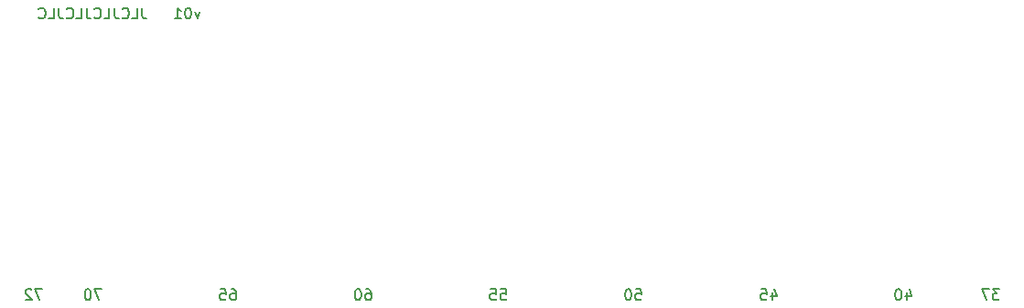
<source format=gbr>
%TF.GenerationSoftware,KiCad,Pcbnew,(5.1.9)-1*%
%TF.CreationDate,2022-04-25T20:02:04-07:00*%
%TF.ProjectId,NES-CN-ROM-256-05,4e45532d-434e-42d5-924f-4d2d3235362d,v01*%
%TF.SameCoordinates,Original*%
%TF.FileFunction,Legend,Bot*%
%TF.FilePolarity,Positive*%
%FSLAX46Y46*%
G04 Gerber Fmt 4.6, Leading zero omitted, Abs format (unit mm)*
G04 Created by KiCad (PCBNEW (5.1.9)-1) date 2022-04-25 20:02:04*
%MOMM*%
%LPD*%
G01*
G04 APERTURE LIST*
%ADD10C,0.150000*%
G04 APERTURE END LIST*
D10*
X134390476Y-86485714D02*
X134152380Y-87152380D01*
X133914285Y-86485714D01*
X133342857Y-86152380D02*
X133247619Y-86152380D01*
X133152380Y-86200000D01*
X133104761Y-86247619D01*
X133057142Y-86342857D01*
X133009523Y-86533333D01*
X133009523Y-86771428D01*
X133057142Y-86961904D01*
X133104761Y-87057142D01*
X133152380Y-87104761D01*
X133247619Y-87152380D01*
X133342857Y-87152380D01*
X133438095Y-87104761D01*
X133485714Y-87057142D01*
X133533333Y-86961904D01*
X133580952Y-86771428D01*
X133580952Y-86533333D01*
X133533333Y-86342857D01*
X133485714Y-86247619D01*
X133438095Y-86200000D01*
X133342857Y-86152380D01*
X132057142Y-87152380D02*
X132628571Y-87152380D01*
X132342857Y-87152380D02*
X132342857Y-86152380D01*
X132438095Y-86295238D01*
X132533333Y-86390476D01*
X132628571Y-86438095D01*
X129069047Y-86152380D02*
X129069047Y-86866666D01*
X129116666Y-87009523D01*
X129211904Y-87104761D01*
X129354761Y-87152380D01*
X129450000Y-87152380D01*
X128116666Y-87152380D02*
X128592857Y-87152380D01*
X128592857Y-86152380D01*
X127211904Y-87057142D02*
X127259523Y-87104761D01*
X127402380Y-87152380D01*
X127497619Y-87152380D01*
X127640476Y-87104761D01*
X127735714Y-87009523D01*
X127783333Y-86914285D01*
X127830952Y-86723809D01*
X127830952Y-86580952D01*
X127783333Y-86390476D01*
X127735714Y-86295238D01*
X127640476Y-86200000D01*
X127497619Y-86152380D01*
X127402380Y-86152380D01*
X127259523Y-86200000D01*
X127211904Y-86247619D01*
X126497619Y-86152380D02*
X126497619Y-86866666D01*
X126545238Y-87009523D01*
X126640476Y-87104761D01*
X126783333Y-87152380D01*
X126878571Y-87152380D01*
X125545238Y-87152380D02*
X126021428Y-87152380D01*
X126021428Y-86152380D01*
X124640476Y-87057142D02*
X124688095Y-87104761D01*
X124830952Y-87152380D01*
X124926190Y-87152380D01*
X125069047Y-87104761D01*
X125164285Y-87009523D01*
X125211904Y-86914285D01*
X125259523Y-86723809D01*
X125259523Y-86580952D01*
X125211904Y-86390476D01*
X125164285Y-86295238D01*
X125069047Y-86200000D01*
X124926190Y-86152380D01*
X124830952Y-86152380D01*
X124688095Y-86200000D01*
X124640476Y-86247619D01*
X123926190Y-86152380D02*
X123926190Y-86866666D01*
X123973809Y-87009523D01*
X124069047Y-87104761D01*
X124211904Y-87152380D01*
X124307142Y-87152380D01*
X122973809Y-87152380D02*
X123450000Y-87152380D01*
X123450000Y-86152380D01*
X122069047Y-87057142D02*
X122116666Y-87104761D01*
X122259523Y-87152380D01*
X122354761Y-87152380D01*
X122497619Y-87104761D01*
X122592857Y-87009523D01*
X122640476Y-86914285D01*
X122688095Y-86723809D01*
X122688095Y-86580952D01*
X122640476Y-86390476D01*
X122592857Y-86295238D01*
X122497619Y-86200000D01*
X122354761Y-86152380D01*
X122259523Y-86152380D01*
X122116666Y-86200000D01*
X122069047Y-86247619D01*
X121354761Y-86152380D02*
X121354761Y-86866666D01*
X121402380Y-87009523D01*
X121497619Y-87104761D01*
X121640476Y-87152380D01*
X121735714Y-87152380D01*
X120402380Y-87152380D02*
X120878571Y-87152380D01*
X120878571Y-86152380D01*
X119497619Y-87057142D02*
X119545238Y-87104761D01*
X119688095Y-87152380D01*
X119783333Y-87152380D01*
X119926190Y-87104761D01*
X120021428Y-87009523D01*
X120069047Y-86914285D01*
X120116666Y-86723809D01*
X120116666Y-86580952D01*
X120069047Y-86390476D01*
X120021428Y-86295238D01*
X119926190Y-86200000D01*
X119783333Y-86152380D01*
X119688095Y-86152380D01*
X119545238Y-86200000D01*
X119497619Y-86247619D01*
X125309523Y-112202380D02*
X124642857Y-112202380D01*
X125071428Y-113202380D01*
X124071428Y-112202380D02*
X123976190Y-112202380D01*
X123880952Y-112250000D01*
X123833333Y-112297619D01*
X123785714Y-112392857D01*
X123738095Y-112583333D01*
X123738095Y-112821428D01*
X123785714Y-113011904D01*
X123833333Y-113107142D01*
X123880952Y-113154761D01*
X123976190Y-113202380D01*
X124071428Y-113202380D01*
X124166666Y-113154761D01*
X124214285Y-113107142D01*
X124261904Y-113011904D01*
X124309523Y-112821428D01*
X124309523Y-112583333D01*
X124261904Y-112392857D01*
X124214285Y-112297619D01*
X124166666Y-112250000D01*
X124071428Y-112202380D01*
X137285714Y-112202380D02*
X137476190Y-112202380D01*
X137571428Y-112250000D01*
X137619047Y-112297619D01*
X137714285Y-112440476D01*
X137761904Y-112630952D01*
X137761904Y-113011904D01*
X137714285Y-113107142D01*
X137666666Y-113154761D01*
X137571428Y-113202380D01*
X137380952Y-113202380D01*
X137285714Y-113154761D01*
X137238095Y-113107142D01*
X137190476Y-113011904D01*
X137190476Y-112773809D01*
X137238095Y-112678571D01*
X137285714Y-112630952D01*
X137380952Y-112583333D01*
X137571428Y-112583333D01*
X137666666Y-112630952D01*
X137714285Y-112678571D01*
X137761904Y-112773809D01*
X136285714Y-112202380D02*
X136761904Y-112202380D01*
X136809523Y-112678571D01*
X136761904Y-112630952D01*
X136666666Y-112583333D01*
X136428571Y-112583333D01*
X136333333Y-112630952D01*
X136285714Y-112678571D01*
X136238095Y-112773809D01*
X136238095Y-113011904D01*
X136285714Y-113107142D01*
X136333333Y-113154761D01*
X136428571Y-113202380D01*
X136666666Y-113202380D01*
X136761904Y-113154761D01*
X136809523Y-113107142D01*
X149785714Y-112202380D02*
X149976190Y-112202380D01*
X150071428Y-112250000D01*
X150119047Y-112297619D01*
X150214285Y-112440476D01*
X150261904Y-112630952D01*
X150261904Y-113011904D01*
X150214285Y-113107142D01*
X150166666Y-113154761D01*
X150071428Y-113202380D01*
X149880952Y-113202380D01*
X149785714Y-113154761D01*
X149738095Y-113107142D01*
X149690476Y-113011904D01*
X149690476Y-112773809D01*
X149738095Y-112678571D01*
X149785714Y-112630952D01*
X149880952Y-112583333D01*
X150071428Y-112583333D01*
X150166666Y-112630952D01*
X150214285Y-112678571D01*
X150261904Y-112773809D01*
X149071428Y-112202380D02*
X148976190Y-112202380D01*
X148880952Y-112250000D01*
X148833333Y-112297619D01*
X148785714Y-112392857D01*
X148738095Y-112583333D01*
X148738095Y-112821428D01*
X148785714Y-113011904D01*
X148833333Y-113107142D01*
X148880952Y-113154761D01*
X148976190Y-113202380D01*
X149071428Y-113202380D01*
X149166666Y-113154761D01*
X149214285Y-113107142D01*
X149261904Y-113011904D01*
X149309523Y-112821428D01*
X149309523Y-112583333D01*
X149261904Y-112392857D01*
X149214285Y-112297619D01*
X149166666Y-112250000D01*
X149071428Y-112202380D01*
X162238095Y-112202380D02*
X162714285Y-112202380D01*
X162761904Y-112678571D01*
X162714285Y-112630952D01*
X162619047Y-112583333D01*
X162380952Y-112583333D01*
X162285714Y-112630952D01*
X162238095Y-112678571D01*
X162190476Y-112773809D01*
X162190476Y-113011904D01*
X162238095Y-113107142D01*
X162285714Y-113154761D01*
X162380952Y-113202380D01*
X162619047Y-113202380D01*
X162714285Y-113154761D01*
X162761904Y-113107142D01*
X161285714Y-112202380D02*
X161761904Y-112202380D01*
X161809523Y-112678571D01*
X161761904Y-112630952D01*
X161666666Y-112583333D01*
X161428571Y-112583333D01*
X161333333Y-112630952D01*
X161285714Y-112678571D01*
X161238095Y-112773809D01*
X161238095Y-113011904D01*
X161285714Y-113107142D01*
X161333333Y-113154761D01*
X161428571Y-113202380D01*
X161666666Y-113202380D01*
X161761904Y-113154761D01*
X161809523Y-113107142D01*
X174738095Y-112202380D02*
X175214285Y-112202380D01*
X175261904Y-112678571D01*
X175214285Y-112630952D01*
X175119047Y-112583333D01*
X174880952Y-112583333D01*
X174785714Y-112630952D01*
X174738095Y-112678571D01*
X174690476Y-112773809D01*
X174690476Y-113011904D01*
X174738095Y-113107142D01*
X174785714Y-113154761D01*
X174880952Y-113202380D01*
X175119047Y-113202380D01*
X175214285Y-113154761D01*
X175261904Y-113107142D01*
X174071428Y-112202380D02*
X173976190Y-112202380D01*
X173880952Y-112250000D01*
X173833333Y-112297619D01*
X173785714Y-112392857D01*
X173738095Y-112583333D01*
X173738095Y-112821428D01*
X173785714Y-113011904D01*
X173833333Y-113107142D01*
X173880952Y-113154761D01*
X173976190Y-113202380D01*
X174071428Y-113202380D01*
X174166666Y-113154761D01*
X174214285Y-113107142D01*
X174261904Y-113011904D01*
X174309523Y-112821428D01*
X174309523Y-112583333D01*
X174261904Y-112392857D01*
X174214285Y-112297619D01*
X174166666Y-112250000D01*
X174071428Y-112202380D01*
X187335714Y-112535714D02*
X187335714Y-113202380D01*
X187573809Y-112154761D02*
X187811904Y-112869047D01*
X187192857Y-112869047D01*
X186335714Y-112202380D02*
X186811904Y-112202380D01*
X186859523Y-112678571D01*
X186811904Y-112630952D01*
X186716666Y-112583333D01*
X186478571Y-112583333D01*
X186383333Y-112630952D01*
X186335714Y-112678571D01*
X186288095Y-112773809D01*
X186288095Y-113011904D01*
X186335714Y-113107142D01*
X186383333Y-113154761D01*
X186478571Y-113202380D01*
X186716666Y-113202380D01*
X186811904Y-113154761D01*
X186859523Y-113107142D01*
X199785714Y-112535714D02*
X199785714Y-113202380D01*
X200023809Y-112154761D02*
X200261904Y-112869047D01*
X199642857Y-112869047D01*
X199071428Y-112202380D02*
X198976190Y-112202380D01*
X198880952Y-112250000D01*
X198833333Y-112297619D01*
X198785714Y-112392857D01*
X198738095Y-112583333D01*
X198738095Y-112821428D01*
X198785714Y-113011904D01*
X198833333Y-113107142D01*
X198880952Y-113154761D01*
X198976190Y-113202380D01*
X199071428Y-113202380D01*
X199166666Y-113154761D01*
X199214285Y-113107142D01*
X199261904Y-113011904D01*
X199309523Y-112821428D01*
X199309523Y-112583333D01*
X199261904Y-112392857D01*
X199214285Y-112297619D01*
X199166666Y-112250000D01*
X199071428Y-112202380D01*
X208359523Y-112202380D02*
X207740476Y-112202380D01*
X208073809Y-112583333D01*
X207930952Y-112583333D01*
X207835714Y-112630952D01*
X207788095Y-112678571D01*
X207740476Y-112773809D01*
X207740476Y-113011904D01*
X207788095Y-113107142D01*
X207835714Y-113154761D01*
X207930952Y-113202380D01*
X208216666Y-113202380D01*
X208311904Y-113154761D01*
X208359523Y-113107142D01*
X207407142Y-112202380D02*
X206740476Y-112202380D01*
X207169047Y-113202380D01*
X119809523Y-112202380D02*
X119142857Y-112202380D01*
X119571428Y-113202380D01*
X118809523Y-112297619D02*
X118761904Y-112250000D01*
X118666666Y-112202380D01*
X118428571Y-112202380D01*
X118333333Y-112250000D01*
X118285714Y-112297619D01*
X118238095Y-112392857D01*
X118238095Y-112488095D01*
X118285714Y-112630952D01*
X118857142Y-113202380D01*
X118238095Y-113202380D01*
M02*

</source>
